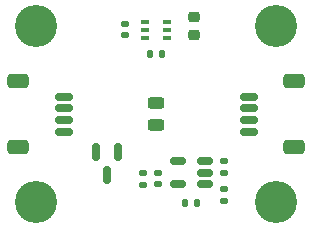
<source format=gts>
%TF.GenerationSoftware,KiCad,Pcbnew,7.0.8-7.0.8~ubuntu22.04.1*%
%TF.CreationDate,2024-01-30T20:02:01-08:00*%
%TF.ProjectId,395nm_16mA,3339356e-6d5f-4313-966d-412e6b696361,rev?*%
%TF.SameCoordinates,Original*%
%TF.FileFunction,Soldermask,Top*%
%TF.FilePolarity,Negative*%
%FSLAX46Y46*%
G04 Gerber Fmt 4.6, Leading zero omitted, Abs format (unit mm)*
G04 Created by KiCad (PCBNEW 7.0.8-7.0.8~ubuntu22.04.1) date 2024-01-30 20:02:01*
%MOMM*%
%LPD*%
G01*
G04 APERTURE LIST*
G04 Aperture macros list*
%AMRoundRect*
0 Rectangle with rounded corners*
0 $1 Rounding radius*
0 $2 $3 $4 $5 $6 $7 $8 $9 X,Y pos of 4 corners*
0 Add a 4 corners polygon primitive as box body*
4,1,4,$2,$3,$4,$5,$6,$7,$8,$9,$2,$3,0*
0 Add four circle primitives for the rounded corners*
1,1,$1+$1,$2,$3*
1,1,$1+$1,$4,$5*
1,1,$1+$1,$6,$7*
1,1,$1+$1,$8,$9*
0 Add four rect primitives between the rounded corners*
20,1,$1+$1,$2,$3,$4,$5,0*
20,1,$1+$1,$4,$5,$6,$7,0*
20,1,$1+$1,$6,$7,$8,$9,0*
20,1,$1+$1,$8,$9,$2,$3,0*%
G04 Aperture macros list end*
%ADD10C,3.570000*%
%ADD11RoundRect,0.243750X-0.456250X0.243750X-0.456250X-0.243750X0.456250X-0.243750X0.456250X0.243750X0*%
%ADD12RoundRect,0.150000X-0.625000X0.150000X-0.625000X-0.150000X0.625000X-0.150000X0.625000X0.150000X0*%
%ADD13RoundRect,0.250000X-0.650000X0.350000X-0.650000X-0.350000X0.650000X-0.350000X0.650000X0.350000X0*%
%ADD14RoundRect,0.150000X0.625000X-0.150000X0.625000X0.150000X-0.625000X0.150000X-0.625000X-0.150000X0*%
%ADD15RoundRect,0.250000X0.650000X-0.350000X0.650000X0.350000X-0.650000X0.350000X-0.650000X-0.350000X0*%
%ADD16RoundRect,0.135000X-0.185000X0.135000X-0.185000X-0.135000X0.185000X-0.135000X0.185000X0.135000X0*%
%ADD17RoundRect,0.150000X0.512500X0.150000X-0.512500X0.150000X-0.512500X-0.150000X0.512500X-0.150000X0*%
%ADD18RoundRect,0.140000X0.170000X-0.140000X0.170000X0.140000X-0.170000X0.140000X-0.170000X-0.140000X0*%
%ADD19RoundRect,0.135000X0.185000X-0.135000X0.185000X0.135000X-0.185000X0.135000X-0.185000X-0.135000X0*%
%ADD20RoundRect,0.218750X-0.256250X0.218750X-0.256250X-0.218750X0.256250X-0.218750X0.256250X0.218750X0*%
%ADD21RoundRect,0.135000X-0.135000X-0.185000X0.135000X-0.185000X0.135000X0.185000X-0.135000X0.185000X0*%
%ADD22R,0.650000X0.400000*%
%ADD23RoundRect,0.150000X-0.150000X0.587500X-0.150000X-0.587500X0.150000X-0.587500X0.150000X0.587500X0*%
%ADD24RoundRect,0.140000X-0.140000X-0.170000X0.140000X-0.170000X0.140000X0.170000X-0.140000X0.170000X0*%
G04 APERTURE END LIST*
D10*
%TO.C,M1*%
X52540000Y-52540000D03*
%TD*%
%TO.C,M2*%
X72860000Y-52540000D03*
%TD*%
%TO.C,M3*%
X72860000Y-67460000D03*
%TD*%
%TO.C,M4*%
X52540000Y-67460000D03*
%TD*%
D11*
%TO.C,D1*%
X62700000Y-59062500D03*
X62700000Y-60937500D03*
%TD*%
D12*
%TO.C,J1*%
X54880000Y-58500000D03*
X54880000Y-59500000D03*
X54880000Y-60500000D03*
X54880000Y-61500000D03*
D13*
X51005000Y-57200000D03*
X51005000Y-62800000D03*
%TD*%
D14*
%TO.C,J2*%
X70520000Y-61500000D03*
X70520000Y-60500000D03*
X70520000Y-59500000D03*
X70520000Y-58500000D03*
D15*
X74395000Y-62800000D03*
X74395000Y-57200000D03*
%TD*%
D16*
%TO.C,R1*%
X68427600Y-63982600D03*
X68427600Y-65002600D03*
%TD*%
D17*
%TO.C,U2*%
X66795200Y-65881000D03*
X66795200Y-64931000D03*
X66795200Y-63981000D03*
X64520200Y-63981000D03*
X64520200Y-65881000D03*
%TD*%
D18*
%TO.C,C3*%
X62845200Y-65936000D03*
X62845200Y-64976000D03*
%TD*%
D19*
%TO.C,R3*%
X68427600Y-67360800D03*
X68427600Y-66340800D03*
%TD*%
D20*
%TO.C,L1*%
X65862200Y-51739700D03*
X65862200Y-53314700D03*
%TD*%
D21*
%TO.C,R2*%
X65150200Y-67481000D03*
X66170200Y-67481000D03*
%TD*%
D18*
%TO.C,C1*%
X60071000Y-53312000D03*
X60071000Y-52352000D03*
%TD*%
D22*
%TO.C,U1*%
X61727000Y-52197000D03*
X61727000Y-52847000D03*
X61727000Y-53497000D03*
X63627000Y-53497000D03*
X63627000Y-52847000D03*
X63627000Y-52197000D03*
%TD*%
D18*
%TO.C,C4*%
X61620200Y-65941000D03*
X61620200Y-64981000D03*
%TD*%
D23*
%TO.C,Q1*%
X59500000Y-63225000D03*
X57600000Y-63225000D03*
X58550000Y-65100000D03*
%TD*%
D24*
%TO.C,C2*%
X62209800Y-54864000D03*
X63169800Y-54864000D03*
%TD*%
M02*

</source>
